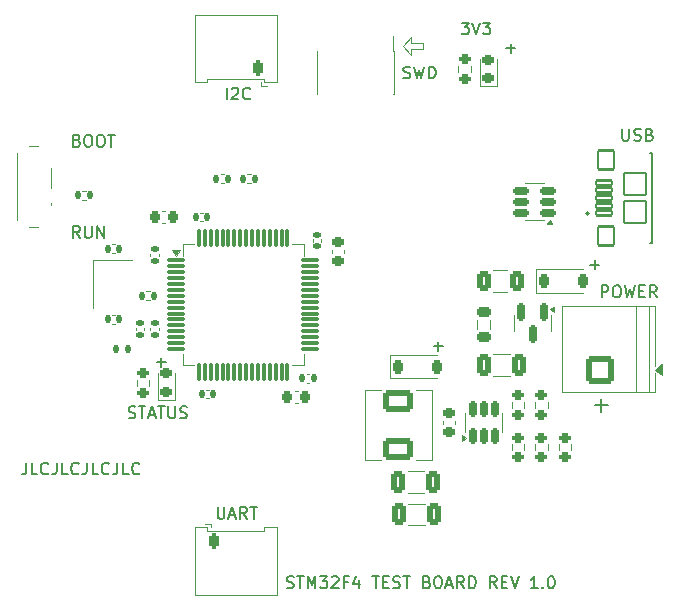
<source format=gto>
%TF.GenerationSoftware,KiCad,Pcbnew,9.0.1*%
%TF.CreationDate,2025-04-24T11:34:14-03:00*%
%TF.ProjectId,STM32_USB_Buck_Converter,53544d33-325f-4555-9342-5f4275636b5f,rev?*%
%TF.SameCoordinates,Original*%
%TF.FileFunction,Legend,Top*%
%TF.FilePolarity,Positive*%
%FSLAX46Y46*%
G04 Gerber Fmt 4.6, Leading zero omitted, Abs format (unit mm)*
G04 Created by KiCad (PCBNEW 9.0.1) date 2025-04-24 11:34:14*
%MOMM*%
%LPD*%
G01*
G04 APERTURE LIST*
G04 Aperture macros list*
%AMRoundRect*
0 Rectangle with rounded corners*
0 $1 Rounding radius*
0 $2 $3 $4 $5 $6 $7 $8 $9 X,Y pos of 4 corners*
0 Add a 4 corners polygon primitive as box body*
4,1,4,$2,$3,$4,$5,$6,$7,$8,$9,$2,$3,0*
0 Add four circle primitives for the rounded corners*
1,1,$1+$1,$2,$3*
1,1,$1+$1,$4,$5*
1,1,$1+$1,$6,$7*
1,1,$1+$1,$8,$9*
0 Add four rect primitives between the rounded corners*
20,1,$1+$1,$2,$3,$4,$5,0*
20,1,$1+$1,$4,$5,$6,$7,0*
20,1,$1+$1,$6,$7,$8,$9,0*
20,1,$1+$1,$8,$9,$2,$3,0*%
G04 Aperture macros list end*
%ADD10C,0.160000*%
%ADD11C,0.100000*%
%ADD12C,0.120000*%
%ADD13C,0.127000*%
%ADD14C,0.200000*%
%ADD15RoundRect,0.200000X0.275000X-0.200000X0.275000X0.200000X-0.275000X0.200000X-0.275000X-0.200000X0*%
%ADD16RoundRect,0.218750X0.256250X-0.218750X0.256250X0.218750X-0.256250X0.218750X-0.256250X-0.218750X0*%
%ADD17R,0.740000X2.400000*%
%ADD18R,1.500000X0.700000*%
%ADD19R,0.800000X1.000000*%
%ADD20C,0.900000*%
%ADD21RoundRect,0.140000X-0.140000X-0.170000X0.140000X-0.170000X0.140000X0.170000X-0.140000X0.170000X0*%
%ADD22RoundRect,0.102000X0.675000X-0.200000X0.675000X0.200000X-0.675000X0.200000X-0.675000X-0.200000X0*%
%ADD23O,2.004000X1.104000*%
%ADD24RoundRect,0.102000X0.700000X-0.800000X0.700000X0.800000X-0.700000X0.800000X-0.700000X-0.800000X0*%
%ADD25RoundRect,0.102000X0.950000X-0.950000X0.950000X0.950000X-0.950000X0.950000X-0.950000X-0.950000X0*%
%ADD26RoundRect,0.250000X-0.325000X-0.650000X0.325000X-0.650000X0.325000X0.650000X-0.325000X0.650000X0*%
%ADD27RoundRect,0.225000X0.250000X-0.225000X0.250000X0.225000X-0.250000X0.225000X-0.250000X-0.225000X0*%
%ADD28RoundRect,0.200000X-0.200000X-0.450000X0.200000X-0.450000X0.200000X0.450000X-0.200000X0.450000X0*%
%ADD29O,0.800000X1.300000*%
%ADD30C,8.600000*%
%ADD31RoundRect,0.250001X0.949999X-0.949999X0.949999X0.949999X-0.949999X0.949999X-0.949999X-0.949999X0*%
%ADD32C,2.400000*%
%ADD33RoundRect,0.250000X-1.000000X0.700000X-1.000000X-0.700000X1.000000X-0.700000X1.000000X0.700000X0*%
%ADD34RoundRect,0.150000X0.512500X0.150000X-0.512500X0.150000X-0.512500X-0.150000X0.512500X-0.150000X0*%
%ADD35RoundRect,0.135000X0.135000X0.185000X-0.135000X0.185000X-0.135000X-0.185000X0.135000X-0.185000X0*%
%ADD36RoundRect,0.200000X-0.275000X0.200000X-0.275000X-0.200000X0.275000X-0.200000X0.275000X0.200000X0*%
%ADD37RoundRect,0.140000X0.170000X-0.140000X0.170000X0.140000X-0.170000X0.140000X-0.170000X-0.140000X0*%
%ADD38RoundRect,0.150000X-0.150000X0.587500X-0.150000X-0.587500X0.150000X-0.587500X0.150000X0.587500X0*%
%ADD39RoundRect,0.218750X-0.381250X0.218750X-0.381250X-0.218750X0.381250X-0.218750X0.381250X0.218750X0*%
%ADD40RoundRect,0.140000X0.140000X0.170000X-0.140000X0.170000X-0.140000X-0.170000X0.140000X-0.170000X0*%
%ADD41RoundRect,0.225000X-0.225000X-0.375000X0.225000X-0.375000X0.225000X0.375000X-0.225000X0.375000X0*%
%ADD42RoundRect,0.225000X-0.225000X-0.250000X0.225000X-0.250000X0.225000X0.250000X-0.225000X0.250000X0*%
%ADD43RoundRect,0.147500X-0.147500X-0.172500X0.147500X-0.172500X0.147500X0.172500X-0.147500X0.172500X0*%
%ADD44RoundRect,0.135000X-0.135000X-0.185000X0.135000X-0.185000X0.135000X0.185000X-0.135000X0.185000X0*%
%ADD45R,1.200000X1.400000*%
%ADD46RoundRect,0.250000X0.375000X0.625000X-0.375000X0.625000X-0.375000X-0.625000X0.375000X-0.625000X0*%
%ADD47RoundRect,0.150000X0.150000X-0.512500X0.150000X0.512500X-0.150000X0.512500X-0.150000X-0.512500X0*%
%ADD48RoundRect,0.200000X0.200000X0.450000X-0.200000X0.450000X-0.200000X-0.450000X0.200000X-0.450000X0*%
%ADD49RoundRect,0.225000X0.225000X0.250000X-0.225000X0.250000X-0.225000X-0.250000X0.225000X-0.250000X0*%
%ADD50RoundRect,0.075000X-0.075000X-0.700000X0.075000X-0.700000X0.075000X0.700000X-0.075000X0.700000X0*%
%ADD51RoundRect,0.075000X-0.700000X-0.075000X0.700000X-0.075000X0.700000X0.075000X-0.700000X0.075000X0*%
G04 APERTURE END LIST*
D10*
X106879072Y-109869299D02*
X106879072Y-110583584D01*
X106879072Y-110583584D02*
X106831453Y-110726441D01*
X106831453Y-110726441D02*
X106736215Y-110821680D01*
X106736215Y-110821680D02*
X106593358Y-110869299D01*
X106593358Y-110869299D02*
X106498120Y-110869299D01*
X107831453Y-110869299D02*
X107355263Y-110869299D01*
X107355263Y-110869299D02*
X107355263Y-109869299D01*
X108736215Y-110774060D02*
X108688596Y-110821680D01*
X108688596Y-110821680D02*
X108545739Y-110869299D01*
X108545739Y-110869299D02*
X108450501Y-110869299D01*
X108450501Y-110869299D02*
X108307644Y-110821680D01*
X108307644Y-110821680D02*
X108212406Y-110726441D01*
X108212406Y-110726441D02*
X108164787Y-110631203D01*
X108164787Y-110631203D02*
X108117168Y-110440727D01*
X108117168Y-110440727D02*
X108117168Y-110297870D01*
X108117168Y-110297870D02*
X108164787Y-110107394D01*
X108164787Y-110107394D02*
X108212406Y-110012156D01*
X108212406Y-110012156D02*
X108307644Y-109916918D01*
X108307644Y-109916918D02*
X108450501Y-109869299D01*
X108450501Y-109869299D02*
X108545739Y-109869299D01*
X108545739Y-109869299D02*
X108688596Y-109916918D01*
X108688596Y-109916918D02*
X108736215Y-109964537D01*
X109450501Y-109869299D02*
X109450501Y-110583584D01*
X109450501Y-110583584D02*
X109402882Y-110726441D01*
X109402882Y-110726441D02*
X109307644Y-110821680D01*
X109307644Y-110821680D02*
X109164787Y-110869299D01*
X109164787Y-110869299D02*
X109069549Y-110869299D01*
X110402882Y-110869299D02*
X109926692Y-110869299D01*
X109926692Y-110869299D02*
X109926692Y-109869299D01*
X111307644Y-110774060D02*
X111260025Y-110821680D01*
X111260025Y-110821680D02*
X111117168Y-110869299D01*
X111117168Y-110869299D02*
X111021930Y-110869299D01*
X111021930Y-110869299D02*
X110879073Y-110821680D01*
X110879073Y-110821680D02*
X110783835Y-110726441D01*
X110783835Y-110726441D02*
X110736216Y-110631203D01*
X110736216Y-110631203D02*
X110688597Y-110440727D01*
X110688597Y-110440727D02*
X110688597Y-110297870D01*
X110688597Y-110297870D02*
X110736216Y-110107394D01*
X110736216Y-110107394D02*
X110783835Y-110012156D01*
X110783835Y-110012156D02*
X110879073Y-109916918D01*
X110879073Y-109916918D02*
X111021930Y-109869299D01*
X111021930Y-109869299D02*
X111117168Y-109869299D01*
X111117168Y-109869299D02*
X111260025Y-109916918D01*
X111260025Y-109916918D02*
X111307644Y-109964537D01*
X112021930Y-109869299D02*
X112021930Y-110583584D01*
X112021930Y-110583584D02*
X111974311Y-110726441D01*
X111974311Y-110726441D02*
X111879073Y-110821680D01*
X111879073Y-110821680D02*
X111736216Y-110869299D01*
X111736216Y-110869299D02*
X111640978Y-110869299D01*
X112974311Y-110869299D02*
X112498121Y-110869299D01*
X112498121Y-110869299D02*
X112498121Y-109869299D01*
X113879073Y-110774060D02*
X113831454Y-110821680D01*
X113831454Y-110821680D02*
X113688597Y-110869299D01*
X113688597Y-110869299D02*
X113593359Y-110869299D01*
X113593359Y-110869299D02*
X113450502Y-110821680D01*
X113450502Y-110821680D02*
X113355264Y-110726441D01*
X113355264Y-110726441D02*
X113307645Y-110631203D01*
X113307645Y-110631203D02*
X113260026Y-110440727D01*
X113260026Y-110440727D02*
X113260026Y-110297870D01*
X113260026Y-110297870D02*
X113307645Y-110107394D01*
X113307645Y-110107394D02*
X113355264Y-110012156D01*
X113355264Y-110012156D02*
X113450502Y-109916918D01*
X113450502Y-109916918D02*
X113593359Y-109869299D01*
X113593359Y-109869299D02*
X113688597Y-109869299D01*
X113688597Y-109869299D02*
X113831454Y-109916918D01*
X113831454Y-109916918D02*
X113879073Y-109964537D01*
X114593359Y-109869299D02*
X114593359Y-110583584D01*
X114593359Y-110583584D02*
X114545740Y-110726441D01*
X114545740Y-110726441D02*
X114450502Y-110821680D01*
X114450502Y-110821680D02*
X114307645Y-110869299D01*
X114307645Y-110869299D02*
X114212407Y-110869299D01*
X115545740Y-110869299D02*
X115069550Y-110869299D01*
X115069550Y-110869299D02*
X115069550Y-109869299D01*
X116450502Y-110774060D02*
X116402883Y-110821680D01*
X116402883Y-110821680D02*
X116260026Y-110869299D01*
X116260026Y-110869299D02*
X116164788Y-110869299D01*
X116164788Y-110869299D02*
X116021931Y-110821680D01*
X116021931Y-110821680D02*
X115926693Y-110726441D01*
X115926693Y-110726441D02*
X115879074Y-110631203D01*
X115879074Y-110631203D02*
X115831455Y-110440727D01*
X115831455Y-110440727D02*
X115831455Y-110297870D01*
X115831455Y-110297870D02*
X115879074Y-110107394D01*
X115879074Y-110107394D02*
X115926693Y-110012156D01*
X115926693Y-110012156D02*
X116021931Y-109916918D01*
X116021931Y-109916918D02*
X116164788Y-109869299D01*
X116164788Y-109869299D02*
X116260026Y-109869299D01*
X116260026Y-109869299D02*
X116402883Y-109916918D01*
X116402883Y-109916918D02*
X116450502Y-109964537D01*
X143748120Y-72619299D02*
X144367167Y-72619299D01*
X144367167Y-72619299D02*
X144033834Y-73000251D01*
X144033834Y-73000251D02*
X144176691Y-73000251D01*
X144176691Y-73000251D02*
X144271929Y-73047870D01*
X144271929Y-73047870D02*
X144319548Y-73095489D01*
X144319548Y-73095489D02*
X144367167Y-73190727D01*
X144367167Y-73190727D02*
X144367167Y-73428822D01*
X144367167Y-73428822D02*
X144319548Y-73524060D01*
X144319548Y-73524060D02*
X144271929Y-73571680D01*
X144271929Y-73571680D02*
X144176691Y-73619299D01*
X144176691Y-73619299D02*
X143890977Y-73619299D01*
X143890977Y-73619299D02*
X143795739Y-73571680D01*
X143795739Y-73571680D02*
X143748120Y-73524060D01*
X144652882Y-72619299D02*
X144986215Y-73619299D01*
X144986215Y-73619299D02*
X145319548Y-72619299D01*
X145557644Y-72619299D02*
X146176691Y-72619299D01*
X146176691Y-72619299D02*
X145843358Y-73000251D01*
X145843358Y-73000251D02*
X145986215Y-73000251D01*
X145986215Y-73000251D02*
X146081453Y-73047870D01*
X146081453Y-73047870D02*
X146129072Y-73095489D01*
X146129072Y-73095489D02*
X146176691Y-73190727D01*
X146176691Y-73190727D02*
X146176691Y-73428822D01*
X146176691Y-73428822D02*
X146129072Y-73524060D01*
X146129072Y-73524060D02*
X146081453Y-73571680D01*
X146081453Y-73571680D02*
X145986215Y-73619299D01*
X145986215Y-73619299D02*
X145700501Y-73619299D01*
X145700501Y-73619299D02*
X145605263Y-73571680D01*
X145605263Y-73571680D02*
X145557644Y-73524060D01*
X128941666Y-120446680D02*
X129084523Y-120494299D01*
X129084523Y-120494299D02*
X129322618Y-120494299D01*
X129322618Y-120494299D02*
X129417856Y-120446680D01*
X129417856Y-120446680D02*
X129465475Y-120399060D01*
X129465475Y-120399060D02*
X129513094Y-120303822D01*
X129513094Y-120303822D02*
X129513094Y-120208584D01*
X129513094Y-120208584D02*
X129465475Y-120113346D01*
X129465475Y-120113346D02*
X129417856Y-120065727D01*
X129417856Y-120065727D02*
X129322618Y-120018108D01*
X129322618Y-120018108D02*
X129132142Y-119970489D01*
X129132142Y-119970489D02*
X129036904Y-119922870D01*
X129036904Y-119922870D02*
X128989285Y-119875251D01*
X128989285Y-119875251D02*
X128941666Y-119780013D01*
X128941666Y-119780013D02*
X128941666Y-119684775D01*
X128941666Y-119684775D02*
X128989285Y-119589537D01*
X128989285Y-119589537D02*
X129036904Y-119541918D01*
X129036904Y-119541918D02*
X129132142Y-119494299D01*
X129132142Y-119494299D02*
X129370237Y-119494299D01*
X129370237Y-119494299D02*
X129513094Y-119541918D01*
X129798809Y-119494299D02*
X130370237Y-119494299D01*
X130084523Y-120494299D02*
X130084523Y-119494299D01*
X130703571Y-120494299D02*
X130703571Y-119494299D01*
X130703571Y-119494299D02*
X131036904Y-120208584D01*
X131036904Y-120208584D02*
X131370237Y-119494299D01*
X131370237Y-119494299D02*
X131370237Y-120494299D01*
X131751190Y-119494299D02*
X132370237Y-119494299D01*
X132370237Y-119494299D02*
X132036904Y-119875251D01*
X132036904Y-119875251D02*
X132179761Y-119875251D01*
X132179761Y-119875251D02*
X132274999Y-119922870D01*
X132274999Y-119922870D02*
X132322618Y-119970489D01*
X132322618Y-119970489D02*
X132370237Y-120065727D01*
X132370237Y-120065727D02*
X132370237Y-120303822D01*
X132370237Y-120303822D02*
X132322618Y-120399060D01*
X132322618Y-120399060D02*
X132274999Y-120446680D01*
X132274999Y-120446680D02*
X132179761Y-120494299D01*
X132179761Y-120494299D02*
X131894047Y-120494299D01*
X131894047Y-120494299D02*
X131798809Y-120446680D01*
X131798809Y-120446680D02*
X131751190Y-120399060D01*
X132751190Y-119589537D02*
X132798809Y-119541918D01*
X132798809Y-119541918D02*
X132894047Y-119494299D01*
X132894047Y-119494299D02*
X133132142Y-119494299D01*
X133132142Y-119494299D02*
X133227380Y-119541918D01*
X133227380Y-119541918D02*
X133274999Y-119589537D01*
X133274999Y-119589537D02*
X133322618Y-119684775D01*
X133322618Y-119684775D02*
X133322618Y-119780013D01*
X133322618Y-119780013D02*
X133274999Y-119922870D01*
X133274999Y-119922870D02*
X132703571Y-120494299D01*
X132703571Y-120494299D02*
X133322618Y-120494299D01*
X134084523Y-119970489D02*
X133751190Y-119970489D01*
X133751190Y-120494299D02*
X133751190Y-119494299D01*
X133751190Y-119494299D02*
X134227380Y-119494299D01*
X135036904Y-119827632D02*
X135036904Y-120494299D01*
X134798809Y-119446680D02*
X134560714Y-120160965D01*
X134560714Y-120160965D02*
X135179761Y-120160965D01*
X136179762Y-119494299D02*
X136751190Y-119494299D01*
X136465476Y-120494299D02*
X136465476Y-119494299D01*
X137084524Y-119970489D02*
X137417857Y-119970489D01*
X137560714Y-120494299D02*
X137084524Y-120494299D01*
X137084524Y-120494299D02*
X137084524Y-119494299D01*
X137084524Y-119494299D02*
X137560714Y-119494299D01*
X137941667Y-120446680D02*
X138084524Y-120494299D01*
X138084524Y-120494299D02*
X138322619Y-120494299D01*
X138322619Y-120494299D02*
X138417857Y-120446680D01*
X138417857Y-120446680D02*
X138465476Y-120399060D01*
X138465476Y-120399060D02*
X138513095Y-120303822D01*
X138513095Y-120303822D02*
X138513095Y-120208584D01*
X138513095Y-120208584D02*
X138465476Y-120113346D01*
X138465476Y-120113346D02*
X138417857Y-120065727D01*
X138417857Y-120065727D02*
X138322619Y-120018108D01*
X138322619Y-120018108D02*
X138132143Y-119970489D01*
X138132143Y-119970489D02*
X138036905Y-119922870D01*
X138036905Y-119922870D02*
X137989286Y-119875251D01*
X137989286Y-119875251D02*
X137941667Y-119780013D01*
X137941667Y-119780013D02*
X137941667Y-119684775D01*
X137941667Y-119684775D02*
X137989286Y-119589537D01*
X137989286Y-119589537D02*
X138036905Y-119541918D01*
X138036905Y-119541918D02*
X138132143Y-119494299D01*
X138132143Y-119494299D02*
X138370238Y-119494299D01*
X138370238Y-119494299D02*
X138513095Y-119541918D01*
X138798810Y-119494299D02*
X139370238Y-119494299D01*
X139084524Y-120494299D02*
X139084524Y-119494299D01*
X140798810Y-119970489D02*
X140941667Y-120018108D01*
X140941667Y-120018108D02*
X140989286Y-120065727D01*
X140989286Y-120065727D02*
X141036905Y-120160965D01*
X141036905Y-120160965D02*
X141036905Y-120303822D01*
X141036905Y-120303822D02*
X140989286Y-120399060D01*
X140989286Y-120399060D02*
X140941667Y-120446680D01*
X140941667Y-120446680D02*
X140846429Y-120494299D01*
X140846429Y-120494299D02*
X140465477Y-120494299D01*
X140465477Y-120494299D02*
X140465477Y-119494299D01*
X140465477Y-119494299D02*
X140798810Y-119494299D01*
X140798810Y-119494299D02*
X140894048Y-119541918D01*
X140894048Y-119541918D02*
X140941667Y-119589537D01*
X140941667Y-119589537D02*
X140989286Y-119684775D01*
X140989286Y-119684775D02*
X140989286Y-119780013D01*
X140989286Y-119780013D02*
X140941667Y-119875251D01*
X140941667Y-119875251D02*
X140894048Y-119922870D01*
X140894048Y-119922870D02*
X140798810Y-119970489D01*
X140798810Y-119970489D02*
X140465477Y-119970489D01*
X141655953Y-119494299D02*
X141846429Y-119494299D01*
X141846429Y-119494299D02*
X141941667Y-119541918D01*
X141941667Y-119541918D02*
X142036905Y-119637156D01*
X142036905Y-119637156D02*
X142084524Y-119827632D01*
X142084524Y-119827632D02*
X142084524Y-120160965D01*
X142084524Y-120160965D02*
X142036905Y-120351441D01*
X142036905Y-120351441D02*
X141941667Y-120446680D01*
X141941667Y-120446680D02*
X141846429Y-120494299D01*
X141846429Y-120494299D02*
X141655953Y-120494299D01*
X141655953Y-120494299D02*
X141560715Y-120446680D01*
X141560715Y-120446680D02*
X141465477Y-120351441D01*
X141465477Y-120351441D02*
X141417858Y-120160965D01*
X141417858Y-120160965D02*
X141417858Y-119827632D01*
X141417858Y-119827632D02*
X141465477Y-119637156D01*
X141465477Y-119637156D02*
X141560715Y-119541918D01*
X141560715Y-119541918D02*
X141655953Y-119494299D01*
X142465477Y-120208584D02*
X142941667Y-120208584D01*
X142370239Y-120494299D02*
X142703572Y-119494299D01*
X142703572Y-119494299D02*
X143036905Y-120494299D01*
X143941667Y-120494299D02*
X143608334Y-120018108D01*
X143370239Y-120494299D02*
X143370239Y-119494299D01*
X143370239Y-119494299D02*
X143751191Y-119494299D01*
X143751191Y-119494299D02*
X143846429Y-119541918D01*
X143846429Y-119541918D02*
X143894048Y-119589537D01*
X143894048Y-119589537D02*
X143941667Y-119684775D01*
X143941667Y-119684775D02*
X143941667Y-119827632D01*
X143941667Y-119827632D02*
X143894048Y-119922870D01*
X143894048Y-119922870D02*
X143846429Y-119970489D01*
X143846429Y-119970489D02*
X143751191Y-120018108D01*
X143751191Y-120018108D02*
X143370239Y-120018108D01*
X144370239Y-120494299D02*
X144370239Y-119494299D01*
X144370239Y-119494299D02*
X144608334Y-119494299D01*
X144608334Y-119494299D02*
X144751191Y-119541918D01*
X144751191Y-119541918D02*
X144846429Y-119637156D01*
X144846429Y-119637156D02*
X144894048Y-119732394D01*
X144894048Y-119732394D02*
X144941667Y-119922870D01*
X144941667Y-119922870D02*
X144941667Y-120065727D01*
X144941667Y-120065727D02*
X144894048Y-120256203D01*
X144894048Y-120256203D02*
X144846429Y-120351441D01*
X144846429Y-120351441D02*
X144751191Y-120446680D01*
X144751191Y-120446680D02*
X144608334Y-120494299D01*
X144608334Y-120494299D02*
X144370239Y-120494299D01*
X146703572Y-120494299D02*
X146370239Y-120018108D01*
X146132144Y-120494299D02*
X146132144Y-119494299D01*
X146132144Y-119494299D02*
X146513096Y-119494299D01*
X146513096Y-119494299D02*
X146608334Y-119541918D01*
X146608334Y-119541918D02*
X146655953Y-119589537D01*
X146655953Y-119589537D02*
X146703572Y-119684775D01*
X146703572Y-119684775D02*
X146703572Y-119827632D01*
X146703572Y-119827632D02*
X146655953Y-119922870D01*
X146655953Y-119922870D02*
X146608334Y-119970489D01*
X146608334Y-119970489D02*
X146513096Y-120018108D01*
X146513096Y-120018108D02*
X146132144Y-120018108D01*
X147132144Y-119970489D02*
X147465477Y-119970489D01*
X147608334Y-120494299D02*
X147132144Y-120494299D01*
X147132144Y-120494299D02*
X147132144Y-119494299D01*
X147132144Y-119494299D02*
X147608334Y-119494299D01*
X147894049Y-119494299D02*
X148227382Y-120494299D01*
X148227382Y-120494299D02*
X148560715Y-119494299D01*
X150179763Y-120494299D02*
X149608335Y-120494299D01*
X149894049Y-120494299D02*
X149894049Y-119494299D01*
X149894049Y-119494299D02*
X149798811Y-119637156D01*
X149798811Y-119637156D02*
X149703573Y-119732394D01*
X149703573Y-119732394D02*
X149608335Y-119780013D01*
X150608335Y-120399060D02*
X150655954Y-120446680D01*
X150655954Y-120446680D02*
X150608335Y-120494299D01*
X150608335Y-120494299D02*
X150560716Y-120446680D01*
X150560716Y-120446680D02*
X150608335Y-120399060D01*
X150608335Y-120399060D02*
X150608335Y-120494299D01*
X151275001Y-119494299D02*
X151370239Y-119494299D01*
X151370239Y-119494299D02*
X151465477Y-119541918D01*
X151465477Y-119541918D02*
X151513096Y-119589537D01*
X151513096Y-119589537D02*
X151560715Y-119684775D01*
X151560715Y-119684775D02*
X151608334Y-119875251D01*
X151608334Y-119875251D02*
X151608334Y-120113346D01*
X151608334Y-120113346D02*
X151560715Y-120303822D01*
X151560715Y-120303822D02*
X151513096Y-120399060D01*
X151513096Y-120399060D02*
X151465477Y-120446680D01*
X151465477Y-120446680D02*
X151370239Y-120494299D01*
X151370239Y-120494299D02*
X151275001Y-120494299D01*
X151275001Y-120494299D02*
X151179763Y-120446680D01*
X151179763Y-120446680D02*
X151132144Y-120399060D01*
X151132144Y-120399060D02*
X151084525Y-120303822D01*
X151084525Y-120303822D02*
X151036906Y-120113346D01*
X151036906Y-120113346D02*
X151036906Y-119875251D01*
X151036906Y-119875251D02*
X151084525Y-119684775D01*
X151084525Y-119684775D02*
X151132144Y-119589537D01*
X151132144Y-119589537D02*
X151179763Y-119541918D01*
X151179763Y-119541918D02*
X151275001Y-119494299D01*
X111414786Y-90844299D02*
X111081453Y-90368108D01*
X110843358Y-90844299D02*
X110843358Y-89844299D01*
X110843358Y-89844299D02*
X111224310Y-89844299D01*
X111224310Y-89844299D02*
X111319548Y-89891918D01*
X111319548Y-89891918D02*
X111367167Y-89939537D01*
X111367167Y-89939537D02*
X111414786Y-90034775D01*
X111414786Y-90034775D02*
X111414786Y-90177632D01*
X111414786Y-90177632D02*
X111367167Y-90272870D01*
X111367167Y-90272870D02*
X111319548Y-90320489D01*
X111319548Y-90320489D02*
X111224310Y-90368108D01*
X111224310Y-90368108D02*
X110843358Y-90368108D01*
X111843358Y-89844299D02*
X111843358Y-90653822D01*
X111843358Y-90653822D02*
X111890977Y-90749060D01*
X111890977Y-90749060D02*
X111938596Y-90796680D01*
X111938596Y-90796680D02*
X112033834Y-90844299D01*
X112033834Y-90844299D02*
X112224310Y-90844299D01*
X112224310Y-90844299D02*
X112319548Y-90796680D01*
X112319548Y-90796680D02*
X112367167Y-90749060D01*
X112367167Y-90749060D02*
X112414786Y-90653822D01*
X112414786Y-90653822D02*
X112414786Y-89844299D01*
X112890977Y-90844299D02*
X112890977Y-89844299D01*
X112890977Y-89844299D02*
X113462405Y-90844299D01*
X113462405Y-90844299D02*
X113462405Y-89844299D01*
X117918358Y-101363346D02*
X118680263Y-101363346D01*
X118299310Y-101744299D02*
X118299310Y-100982394D01*
X147518358Y-74788346D02*
X148280263Y-74788346D01*
X147899310Y-75169299D02*
X147899310Y-74407394D01*
X155012405Y-105036680D02*
X156155263Y-105036680D01*
X155583834Y-105608108D02*
X155583834Y-104465251D01*
X141368358Y-100038346D02*
X142130263Y-100038346D01*
X141749310Y-100419299D02*
X141749310Y-99657394D01*
X154618358Y-93113346D02*
X155380263Y-93113346D01*
X154999310Y-93494299D02*
X154999310Y-92732394D01*
D11*
X140500000Y-74382500D02*
X140500000Y-74825000D01*
X139500000Y-74825000D02*
X140500000Y-74825000D01*
X139500000Y-75375000D02*
X139500000Y-74825000D01*
X138750000Y-74625000D02*
X139500000Y-75375000D01*
X139500000Y-73875000D02*
X138750000Y-74625000D01*
X139500000Y-74382500D02*
X139500000Y-73875000D01*
X140500000Y-74382500D02*
X139500000Y-74382500D01*
D10*
X138820739Y-77296680D02*
X138963596Y-77344299D01*
X138963596Y-77344299D02*
X139201691Y-77344299D01*
X139201691Y-77344299D02*
X139296929Y-77296680D01*
X139296929Y-77296680D02*
X139344548Y-77249060D01*
X139344548Y-77249060D02*
X139392167Y-77153822D01*
X139392167Y-77153822D02*
X139392167Y-77058584D01*
X139392167Y-77058584D02*
X139344548Y-76963346D01*
X139344548Y-76963346D02*
X139296929Y-76915727D01*
X139296929Y-76915727D02*
X139201691Y-76868108D01*
X139201691Y-76868108D02*
X139011215Y-76820489D01*
X139011215Y-76820489D02*
X138915977Y-76772870D01*
X138915977Y-76772870D02*
X138868358Y-76725251D01*
X138868358Y-76725251D02*
X138820739Y-76630013D01*
X138820739Y-76630013D02*
X138820739Y-76534775D01*
X138820739Y-76534775D02*
X138868358Y-76439537D01*
X138868358Y-76439537D02*
X138915977Y-76391918D01*
X138915977Y-76391918D02*
X139011215Y-76344299D01*
X139011215Y-76344299D02*
X139249310Y-76344299D01*
X139249310Y-76344299D02*
X139392167Y-76391918D01*
X139725501Y-76344299D02*
X139963596Y-77344299D01*
X139963596Y-77344299D02*
X140154072Y-76630013D01*
X140154072Y-76630013D02*
X140344548Y-77344299D01*
X140344548Y-77344299D02*
X140582644Y-76344299D01*
X140963596Y-77344299D02*
X140963596Y-76344299D01*
X140963596Y-76344299D02*
X141201691Y-76344299D01*
X141201691Y-76344299D02*
X141344548Y-76391918D01*
X141344548Y-76391918D02*
X141439786Y-76487156D01*
X141439786Y-76487156D02*
X141487405Y-76582394D01*
X141487405Y-76582394D02*
X141535024Y-76772870D01*
X141535024Y-76772870D02*
X141535024Y-76915727D01*
X141535024Y-76915727D02*
X141487405Y-77106203D01*
X141487405Y-77106203D02*
X141439786Y-77201441D01*
X141439786Y-77201441D02*
X141344548Y-77296680D01*
X141344548Y-77296680D02*
X141201691Y-77344299D01*
X141201691Y-77344299D02*
X140963596Y-77344299D01*
X115545739Y-106071680D02*
X115688596Y-106119299D01*
X115688596Y-106119299D02*
X115926691Y-106119299D01*
X115926691Y-106119299D02*
X116021929Y-106071680D01*
X116021929Y-106071680D02*
X116069548Y-106024060D01*
X116069548Y-106024060D02*
X116117167Y-105928822D01*
X116117167Y-105928822D02*
X116117167Y-105833584D01*
X116117167Y-105833584D02*
X116069548Y-105738346D01*
X116069548Y-105738346D02*
X116021929Y-105690727D01*
X116021929Y-105690727D02*
X115926691Y-105643108D01*
X115926691Y-105643108D02*
X115736215Y-105595489D01*
X115736215Y-105595489D02*
X115640977Y-105547870D01*
X115640977Y-105547870D02*
X115593358Y-105500251D01*
X115593358Y-105500251D02*
X115545739Y-105405013D01*
X115545739Y-105405013D02*
X115545739Y-105309775D01*
X115545739Y-105309775D02*
X115593358Y-105214537D01*
X115593358Y-105214537D02*
X115640977Y-105166918D01*
X115640977Y-105166918D02*
X115736215Y-105119299D01*
X115736215Y-105119299D02*
X115974310Y-105119299D01*
X115974310Y-105119299D02*
X116117167Y-105166918D01*
X116402882Y-105119299D02*
X116974310Y-105119299D01*
X116688596Y-106119299D02*
X116688596Y-105119299D01*
X117260025Y-105833584D02*
X117736215Y-105833584D01*
X117164787Y-106119299D02*
X117498120Y-105119299D01*
X117498120Y-105119299D02*
X117831453Y-106119299D01*
X118021930Y-105119299D02*
X118593358Y-105119299D01*
X118307644Y-106119299D02*
X118307644Y-105119299D01*
X118926692Y-105119299D02*
X118926692Y-105928822D01*
X118926692Y-105928822D02*
X118974311Y-106024060D01*
X118974311Y-106024060D02*
X119021930Y-106071680D01*
X119021930Y-106071680D02*
X119117168Y-106119299D01*
X119117168Y-106119299D02*
X119307644Y-106119299D01*
X119307644Y-106119299D02*
X119402882Y-106071680D01*
X119402882Y-106071680D02*
X119450501Y-106024060D01*
X119450501Y-106024060D02*
X119498120Y-105928822D01*
X119498120Y-105928822D02*
X119498120Y-105119299D01*
X119926692Y-106071680D02*
X120069549Y-106119299D01*
X120069549Y-106119299D02*
X120307644Y-106119299D01*
X120307644Y-106119299D02*
X120402882Y-106071680D01*
X120402882Y-106071680D02*
X120450501Y-106024060D01*
X120450501Y-106024060D02*
X120498120Y-105928822D01*
X120498120Y-105928822D02*
X120498120Y-105833584D01*
X120498120Y-105833584D02*
X120450501Y-105738346D01*
X120450501Y-105738346D02*
X120402882Y-105690727D01*
X120402882Y-105690727D02*
X120307644Y-105643108D01*
X120307644Y-105643108D02*
X120117168Y-105595489D01*
X120117168Y-105595489D02*
X120021930Y-105547870D01*
X120021930Y-105547870D02*
X119974311Y-105500251D01*
X119974311Y-105500251D02*
X119926692Y-105405013D01*
X119926692Y-105405013D02*
X119926692Y-105309775D01*
X119926692Y-105309775D02*
X119974311Y-105214537D01*
X119974311Y-105214537D02*
X120021930Y-105166918D01*
X120021930Y-105166918D02*
X120117168Y-105119299D01*
X120117168Y-105119299D02*
X120355263Y-105119299D01*
X120355263Y-105119299D02*
X120498120Y-105166918D01*
X111176691Y-82595489D02*
X111319548Y-82643108D01*
X111319548Y-82643108D02*
X111367167Y-82690727D01*
X111367167Y-82690727D02*
X111414786Y-82785965D01*
X111414786Y-82785965D02*
X111414786Y-82928822D01*
X111414786Y-82928822D02*
X111367167Y-83024060D01*
X111367167Y-83024060D02*
X111319548Y-83071680D01*
X111319548Y-83071680D02*
X111224310Y-83119299D01*
X111224310Y-83119299D02*
X110843358Y-83119299D01*
X110843358Y-83119299D02*
X110843358Y-82119299D01*
X110843358Y-82119299D02*
X111176691Y-82119299D01*
X111176691Y-82119299D02*
X111271929Y-82166918D01*
X111271929Y-82166918D02*
X111319548Y-82214537D01*
X111319548Y-82214537D02*
X111367167Y-82309775D01*
X111367167Y-82309775D02*
X111367167Y-82405013D01*
X111367167Y-82405013D02*
X111319548Y-82500251D01*
X111319548Y-82500251D02*
X111271929Y-82547870D01*
X111271929Y-82547870D02*
X111176691Y-82595489D01*
X111176691Y-82595489D02*
X110843358Y-82595489D01*
X112033834Y-82119299D02*
X112224310Y-82119299D01*
X112224310Y-82119299D02*
X112319548Y-82166918D01*
X112319548Y-82166918D02*
X112414786Y-82262156D01*
X112414786Y-82262156D02*
X112462405Y-82452632D01*
X112462405Y-82452632D02*
X112462405Y-82785965D01*
X112462405Y-82785965D02*
X112414786Y-82976441D01*
X112414786Y-82976441D02*
X112319548Y-83071680D01*
X112319548Y-83071680D02*
X112224310Y-83119299D01*
X112224310Y-83119299D02*
X112033834Y-83119299D01*
X112033834Y-83119299D02*
X111938596Y-83071680D01*
X111938596Y-83071680D02*
X111843358Y-82976441D01*
X111843358Y-82976441D02*
X111795739Y-82785965D01*
X111795739Y-82785965D02*
X111795739Y-82452632D01*
X111795739Y-82452632D02*
X111843358Y-82262156D01*
X111843358Y-82262156D02*
X111938596Y-82166918D01*
X111938596Y-82166918D02*
X112033834Y-82119299D01*
X113081453Y-82119299D02*
X113271929Y-82119299D01*
X113271929Y-82119299D02*
X113367167Y-82166918D01*
X113367167Y-82166918D02*
X113462405Y-82262156D01*
X113462405Y-82262156D02*
X113510024Y-82452632D01*
X113510024Y-82452632D02*
X113510024Y-82785965D01*
X113510024Y-82785965D02*
X113462405Y-82976441D01*
X113462405Y-82976441D02*
X113367167Y-83071680D01*
X113367167Y-83071680D02*
X113271929Y-83119299D01*
X113271929Y-83119299D02*
X113081453Y-83119299D01*
X113081453Y-83119299D02*
X112986215Y-83071680D01*
X112986215Y-83071680D02*
X112890977Y-82976441D01*
X112890977Y-82976441D02*
X112843358Y-82785965D01*
X112843358Y-82785965D02*
X112843358Y-82452632D01*
X112843358Y-82452632D02*
X112890977Y-82262156D01*
X112890977Y-82262156D02*
X112986215Y-82166918D01*
X112986215Y-82166918D02*
X113081453Y-82119299D01*
X113795739Y-82119299D02*
X114367167Y-82119299D01*
X114081453Y-83119299D02*
X114081453Y-82119299D01*
X155593358Y-95869299D02*
X155593358Y-94869299D01*
X155593358Y-94869299D02*
X155974310Y-94869299D01*
X155974310Y-94869299D02*
X156069548Y-94916918D01*
X156069548Y-94916918D02*
X156117167Y-94964537D01*
X156117167Y-94964537D02*
X156164786Y-95059775D01*
X156164786Y-95059775D02*
X156164786Y-95202632D01*
X156164786Y-95202632D02*
X156117167Y-95297870D01*
X156117167Y-95297870D02*
X156069548Y-95345489D01*
X156069548Y-95345489D02*
X155974310Y-95393108D01*
X155974310Y-95393108D02*
X155593358Y-95393108D01*
X156783834Y-94869299D02*
X156974310Y-94869299D01*
X156974310Y-94869299D02*
X157069548Y-94916918D01*
X157069548Y-94916918D02*
X157164786Y-95012156D01*
X157164786Y-95012156D02*
X157212405Y-95202632D01*
X157212405Y-95202632D02*
X157212405Y-95535965D01*
X157212405Y-95535965D02*
X157164786Y-95726441D01*
X157164786Y-95726441D02*
X157069548Y-95821680D01*
X157069548Y-95821680D02*
X156974310Y-95869299D01*
X156974310Y-95869299D02*
X156783834Y-95869299D01*
X156783834Y-95869299D02*
X156688596Y-95821680D01*
X156688596Y-95821680D02*
X156593358Y-95726441D01*
X156593358Y-95726441D02*
X156545739Y-95535965D01*
X156545739Y-95535965D02*
X156545739Y-95202632D01*
X156545739Y-95202632D02*
X156593358Y-95012156D01*
X156593358Y-95012156D02*
X156688596Y-94916918D01*
X156688596Y-94916918D02*
X156783834Y-94869299D01*
X157545739Y-94869299D02*
X157783834Y-95869299D01*
X157783834Y-95869299D02*
X157974310Y-95155013D01*
X157974310Y-95155013D02*
X158164786Y-95869299D01*
X158164786Y-95869299D02*
X158402882Y-94869299D01*
X158783834Y-95345489D02*
X159117167Y-95345489D01*
X159260024Y-95869299D02*
X158783834Y-95869299D01*
X158783834Y-95869299D02*
X158783834Y-94869299D01*
X158783834Y-94869299D02*
X159260024Y-94869299D01*
X160260024Y-95869299D02*
X159926691Y-95393108D01*
X159688596Y-95869299D02*
X159688596Y-94869299D01*
X159688596Y-94869299D02*
X160069548Y-94869299D01*
X160069548Y-94869299D02*
X160164786Y-94916918D01*
X160164786Y-94916918D02*
X160212405Y-94964537D01*
X160212405Y-94964537D02*
X160260024Y-95059775D01*
X160260024Y-95059775D02*
X160260024Y-95202632D01*
X160260024Y-95202632D02*
X160212405Y-95297870D01*
X160212405Y-95297870D02*
X160164786Y-95345489D01*
X160164786Y-95345489D02*
X160069548Y-95393108D01*
X160069548Y-95393108D02*
X159688596Y-95393108D01*
X157343358Y-81619299D02*
X157343358Y-82428822D01*
X157343358Y-82428822D02*
X157390977Y-82524060D01*
X157390977Y-82524060D02*
X157438596Y-82571680D01*
X157438596Y-82571680D02*
X157533834Y-82619299D01*
X157533834Y-82619299D02*
X157724310Y-82619299D01*
X157724310Y-82619299D02*
X157819548Y-82571680D01*
X157819548Y-82571680D02*
X157867167Y-82524060D01*
X157867167Y-82524060D02*
X157914786Y-82428822D01*
X157914786Y-82428822D02*
X157914786Y-81619299D01*
X158343358Y-82571680D02*
X158486215Y-82619299D01*
X158486215Y-82619299D02*
X158724310Y-82619299D01*
X158724310Y-82619299D02*
X158819548Y-82571680D01*
X158819548Y-82571680D02*
X158867167Y-82524060D01*
X158867167Y-82524060D02*
X158914786Y-82428822D01*
X158914786Y-82428822D02*
X158914786Y-82333584D01*
X158914786Y-82333584D02*
X158867167Y-82238346D01*
X158867167Y-82238346D02*
X158819548Y-82190727D01*
X158819548Y-82190727D02*
X158724310Y-82143108D01*
X158724310Y-82143108D02*
X158533834Y-82095489D01*
X158533834Y-82095489D02*
X158438596Y-82047870D01*
X158438596Y-82047870D02*
X158390977Y-82000251D01*
X158390977Y-82000251D02*
X158343358Y-81905013D01*
X158343358Y-81905013D02*
X158343358Y-81809775D01*
X158343358Y-81809775D02*
X158390977Y-81714537D01*
X158390977Y-81714537D02*
X158438596Y-81666918D01*
X158438596Y-81666918D02*
X158533834Y-81619299D01*
X158533834Y-81619299D02*
X158771929Y-81619299D01*
X158771929Y-81619299D02*
X158914786Y-81666918D01*
X159676691Y-82095489D02*
X159819548Y-82143108D01*
X159819548Y-82143108D02*
X159867167Y-82190727D01*
X159867167Y-82190727D02*
X159914786Y-82285965D01*
X159914786Y-82285965D02*
X159914786Y-82428822D01*
X159914786Y-82428822D02*
X159867167Y-82524060D01*
X159867167Y-82524060D02*
X159819548Y-82571680D01*
X159819548Y-82571680D02*
X159724310Y-82619299D01*
X159724310Y-82619299D02*
X159343358Y-82619299D01*
X159343358Y-82619299D02*
X159343358Y-81619299D01*
X159343358Y-81619299D02*
X159676691Y-81619299D01*
X159676691Y-81619299D02*
X159771929Y-81666918D01*
X159771929Y-81666918D02*
X159819548Y-81714537D01*
X159819548Y-81714537D02*
X159867167Y-81809775D01*
X159867167Y-81809775D02*
X159867167Y-81905013D01*
X159867167Y-81905013D02*
X159819548Y-82000251D01*
X159819548Y-82000251D02*
X159771929Y-82047870D01*
X159771929Y-82047870D02*
X159676691Y-82095489D01*
X159676691Y-82095489D02*
X159343358Y-82095489D01*
X123093358Y-113619299D02*
X123093358Y-114428822D01*
X123093358Y-114428822D02*
X123140977Y-114524060D01*
X123140977Y-114524060D02*
X123188596Y-114571680D01*
X123188596Y-114571680D02*
X123283834Y-114619299D01*
X123283834Y-114619299D02*
X123474310Y-114619299D01*
X123474310Y-114619299D02*
X123569548Y-114571680D01*
X123569548Y-114571680D02*
X123617167Y-114524060D01*
X123617167Y-114524060D02*
X123664786Y-114428822D01*
X123664786Y-114428822D02*
X123664786Y-113619299D01*
X124093358Y-114333584D02*
X124569548Y-114333584D01*
X123998120Y-114619299D02*
X124331453Y-113619299D01*
X124331453Y-113619299D02*
X124664786Y-114619299D01*
X125569548Y-114619299D02*
X125236215Y-114143108D01*
X124998120Y-114619299D02*
X124998120Y-113619299D01*
X124998120Y-113619299D02*
X125379072Y-113619299D01*
X125379072Y-113619299D02*
X125474310Y-113666918D01*
X125474310Y-113666918D02*
X125521929Y-113714537D01*
X125521929Y-113714537D02*
X125569548Y-113809775D01*
X125569548Y-113809775D02*
X125569548Y-113952632D01*
X125569548Y-113952632D02*
X125521929Y-114047870D01*
X125521929Y-114047870D02*
X125474310Y-114095489D01*
X125474310Y-114095489D02*
X125379072Y-114143108D01*
X125379072Y-114143108D02*
X124998120Y-114143108D01*
X125855263Y-113619299D02*
X126426691Y-113619299D01*
X126140977Y-114619299D02*
X126140977Y-113619299D01*
X123843358Y-79119299D02*
X123843358Y-78119299D01*
X124271929Y-78214537D02*
X124319548Y-78166918D01*
X124319548Y-78166918D02*
X124414786Y-78119299D01*
X124414786Y-78119299D02*
X124652881Y-78119299D01*
X124652881Y-78119299D02*
X124748119Y-78166918D01*
X124748119Y-78166918D02*
X124795738Y-78214537D01*
X124795738Y-78214537D02*
X124843357Y-78309775D01*
X124843357Y-78309775D02*
X124843357Y-78405013D01*
X124843357Y-78405013D02*
X124795738Y-78547870D01*
X124795738Y-78547870D02*
X124224310Y-79119299D01*
X124224310Y-79119299D02*
X124843357Y-79119299D01*
X125843357Y-79024060D02*
X125795738Y-79071680D01*
X125795738Y-79071680D02*
X125652881Y-79119299D01*
X125652881Y-79119299D02*
X125557643Y-79119299D01*
X125557643Y-79119299D02*
X125414786Y-79071680D01*
X125414786Y-79071680D02*
X125319548Y-78976441D01*
X125319548Y-78976441D02*
X125271929Y-78881203D01*
X125271929Y-78881203D02*
X125224310Y-78690727D01*
X125224310Y-78690727D02*
X125224310Y-78547870D01*
X125224310Y-78547870D02*
X125271929Y-78357394D01*
X125271929Y-78357394D02*
X125319548Y-78262156D01*
X125319548Y-78262156D02*
X125414786Y-78166918D01*
X125414786Y-78166918D02*
X125557643Y-78119299D01*
X125557643Y-78119299D02*
X125652881Y-78119299D01*
X125652881Y-78119299D02*
X125795738Y-78166918D01*
X125795738Y-78166918D02*
X125843357Y-78214537D01*
D12*
%TO.C,R6*%
X143477500Y-76774758D02*
X143477500Y-76300242D01*
X144522500Y-76774758D02*
X144522500Y-76300242D01*
%TO.C,D3*%
X146735000Y-78022500D02*
X146735000Y-75737500D01*
X145265000Y-78022500D02*
X146735000Y-78022500D01*
X145265000Y-75737500D02*
X145265000Y-78022500D01*
%TO.C,J2*%
X137970000Y-73735000D02*
X137970000Y-75010000D01*
X138035000Y-75010000D02*
X137970000Y-75010000D01*
X138035000Y-75010000D02*
X138035000Y-78640000D01*
X131530000Y-75010000D02*
X131465000Y-75010000D01*
X131465000Y-75010000D02*
X131465000Y-78640000D01*
X138035000Y-78640000D02*
X137970000Y-78640000D01*
X131530000Y-78640000D02*
X131465000Y-78640000D01*
%TO.C,SW1*%
X107890000Y-83050000D02*
X107100000Y-83050000D01*
X106090000Y-83650000D02*
X106090000Y-89350000D01*
X108940000Y-84900000D02*
X108940000Y-86600000D01*
X108940000Y-87900000D02*
X108940000Y-88100000D01*
X107100000Y-89950000D02*
X107890000Y-89950000D01*
%TO.C,C8*%
X130622164Y-102390000D02*
X130837836Y-102390000D01*
X130622164Y-103110000D02*
X130837836Y-103110000D01*
D13*
%TO.C,J5*%
X159900000Y-83670000D02*
X159670000Y-83670000D01*
X159900000Y-91270000D02*
X159670000Y-91270000D01*
X159900000Y-91270000D02*
X159900000Y-83670000D01*
D14*
X154500000Y-88770000D02*
G75*
G02*
X154300000Y-88770000I-100000J0D01*
G01*
X154300000Y-88770000D02*
G75*
G02*
X154500000Y-88770000I100000J0D01*
G01*
D12*
%TO.C,C1*%
X146388748Y-102510000D02*
X147811252Y-102510000D01*
X146388748Y-100690000D02*
X147811252Y-100690000D01*
%TO.C,C4*%
X142140000Y-106615580D02*
X142140000Y-106334420D01*
X143160000Y-106615580D02*
X143160000Y-106334420D01*
%TO.C,R2*%
X151022500Y-105237258D02*
X151022500Y-104762742D01*
X149977500Y-105237258D02*
X149977500Y-104762742D01*
%TO.C,J4*%
X121140000Y-115340000D02*
X121140000Y-121060000D01*
X121140000Y-121060000D02*
X124625000Y-121060000D01*
X122210000Y-115340000D02*
X121140000Y-115340000D01*
X122210000Y-115640000D02*
X122210000Y-115340000D01*
X122500000Y-115050000D02*
X122000000Y-115050000D01*
X122500000Y-115350000D02*
X122500000Y-115050000D01*
X124625000Y-115640000D02*
X122210000Y-115640000D01*
X124625000Y-115640000D02*
X127040000Y-115640000D01*
X127040000Y-115340000D02*
X128110000Y-115340000D01*
X127040000Y-115640000D02*
X127040000Y-115340000D01*
X128110000Y-115340000D02*
X128110000Y-121060000D01*
X128110000Y-121060000D02*
X124625000Y-121060000D01*
%TO.C,J1*%
X152280000Y-96630000D02*
X160120000Y-96630000D01*
X152280000Y-103870000D02*
X152280000Y-96630000D01*
X152280000Y-103870000D02*
X160120000Y-103870000D01*
X158500000Y-103870000D02*
X158500000Y-96630000D01*
X159600000Y-103870000D02*
X159600000Y-96630000D01*
X160120000Y-101700000D02*
X160120000Y-96630000D01*
X160120000Y-103870000D02*
X160120000Y-102300000D01*
X160730000Y-102440000D02*
X160120000Y-102000000D01*
X160730000Y-101560000D01*
X160730000Y-102440000D01*
G36*
X160730000Y-102440000D02*
G01*
X160120000Y-102000000D01*
X160730000Y-101560000D01*
X160730000Y-102440000D01*
G37*
%TO.C,C10*%
X121622164Y-89435000D02*
X121837836Y-89435000D01*
X121622164Y-88715000D02*
X121837836Y-88715000D01*
%TO.C,D4*%
X119485000Y-104597500D02*
X119485000Y-102312500D01*
X118015000Y-104597500D02*
X119485000Y-104597500D01*
X118015000Y-102312500D02*
X118015000Y-104597500D01*
%TO.C,L1*%
X141260000Y-103740000D02*
X139910000Y-103740000D01*
X141260000Y-103740000D02*
X141260000Y-109660000D01*
X135540000Y-103740000D02*
X136890000Y-103740000D01*
X135540000Y-103740000D02*
X135540000Y-109660000D01*
X141260000Y-109660000D02*
X139910000Y-109660000D01*
X135540000Y-109660000D02*
X136890000Y-109660000D01*
%TO.C,U3*%
X149887500Y-86240000D02*
X149087500Y-86240000D01*
X149887500Y-86240000D02*
X150687500Y-86240000D01*
X149887500Y-89360000D02*
X149087500Y-89360000D01*
X149887500Y-89360000D02*
X150687500Y-89360000D01*
X151427500Y-89640000D02*
X150947500Y-89640000D01*
X151187500Y-89310000D01*
X151427500Y-89640000D01*
G36*
X151427500Y-89640000D02*
G01*
X150947500Y-89640000D01*
X151187500Y-89310000D01*
X151427500Y-89640000D01*
G37*
%TO.C,R10*%
X125913641Y-86205000D02*
X125606359Y-86205000D01*
X125913641Y-85445000D02*
X125606359Y-85445000D01*
%TO.C,R4*%
X149977500Y-108337742D02*
X149977500Y-108812258D01*
X151022500Y-108337742D02*
X151022500Y-108812258D01*
%TO.C,C6*%
X118110000Y-92412836D02*
X118110000Y-92197164D01*
X117390000Y-92412836D02*
X117390000Y-92197164D01*
%TO.C,Q1*%
X151310000Y-98062500D02*
X151310000Y-98712500D01*
X151310000Y-98062500D02*
X151310000Y-97412500D01*
X148190000Y-98062500D02*
X148190000Y-98712500D01*
X148190000Y-98062500D02*
X148190000Y-97412500D01*
X151590000Y-97140000D02*
X151260000Y-96900000D01*
X151590000Y-96660000D01*
X151590000Y-97140000D01*
G36*
X151590000Y-97140000D02*
G01*
X151260000Y-96900000D01*
X151590000Y-96660000D01*
X151590000Y-97140000D01*
G37*
%TO.C,C11*%
X116860000Y-98662836D02*
X116860000Y-98447164D01*
X116140000Y-98662836D02*
X116140000Y-98447164D01*
%TO.C,C12*%
X118110000Y-98662836D02*
X118110000Y-98447164D01*
X117390000Y-98662836D02*
X117390000Y-98447164D01*
%TO.C,C2*%
X139163748Y-110590000D02*
X140586252Y-110590000D01*
X139163748Y-112410000D02*
X140586252Y-112410000D01*
%TO.C,C14*%
X133760000Y-92140580D02*
X133760000Y-91859420D01*
X132740000Y-92140580D02*
X132740000Y-91859420D01*
%TO.C,FB1*%
X146160000Y-97787878D02*
X146160000Y-98587122D01*
X145040000Y-97787878D02*
X145040000Y-98587122D01*
%TO.C,R8*%
X117353641Y-96130000D02*
X117046359Y-96130000D01*
X117353641Y-95370000D02*
X117046359Y-95370000D01*
%TO.C,R5*%
X153022500Y-108812258D02*
X153022500Y-108337742D01*
X151977500Y-108812258D02*
X151977500Y-108337742D01*
%TO.C,R7*%
X111903641Y-87630000D02*
X111596359Y-87630000D01*
X111903641Y-86870000D02*
X111596359Y-86870000D01*
%TO.C,C16*%
X114357836Y-98110000D02*
X114142164Y-98110000D01*
X114357836Y-97390000D02*
X114142164Y-97390000D01*
%TO.C,D2*%
X137690000Y-100750000D02*
X137690000Y-102750000D01*
X137690000Y-100750000D02*
X141700000Y-100750000D01*
X137690000Y-102750000D02*
X141700000Y-102750000D01*
%TO.C,C9*%
X131860000Y-91162836D02*
X131860000Y-90947164D01*
X131140000Y-91162836D02*
X131140000Y-90947164D01*
%TO.C,C13*%
X129609420Y-104835000D02*
X129890580Y-104835000D01*
X129609420Y-103815000D02*
X129890580Y-103815000D01*
%TO.C,R11*%
X123336359Y-86205000D02*
X123643641Y-86205000D01*
X123336359Y-85445000D02*
X123643641Y-85445000D01*
%TO.C,Y1*%
X115800000Y-92750000D02*
X112500000Y-92750000D01*
X112500000Y-92750000D02*
X112500000Y-96750000D01*
%TO.C,F1*%
X147602064Y-93590000D02*
X146397936Y-93590000D01*
X147602064Y-95410000D02*
X146397936Y-95410000D01*
%TO.C,C7*%
X122357836Y-104435000D02*
X122142164Y-104435000D01*
X122357836Y-103715000D02*
X122142164Y-103715000D01*
%TO.C,C15*%
X114142164Y-92110000D02*
X114357836Y-92110000D01*
X114142164Y-91390000D02*
X114357836Y-91390000D01*
%TO.C,U1*%
X147185000Y-106500000D02*
X147185000Y-105700000D01*
X147185000Y-106500000D02*
X147185000Y-107300000D01*
X144065000Y-106500000D02*
X144065000Y-105700000D01*
X144065000Y-106500000D02*
X144065000Y-107300000D01*
X144115000Y-107800000D02*
X143785000Y-108040000D01*
X143785000Y-107560000D01*
X144115000Y-107800000D01*
G36*
X144115000Y-107800000D02*
G01*
X143785000Y-108040000D01*
X143785000Y-107560000D01*
X144115000Y-107800000D01*
G37*
%TO.C,C3*%
X139188748Y-113340000D02*
X140611252Y-113340000D01*
X139188748Y-115160000D02*
X140611252Y-115160000D01*
%TO.C,R1*%
X149022500Y-104762742D02*
X149022500Y-105237258D01*
X147977500Y-104762742D02*
X147977500Y-105237258D01*
%TO.C,J3*%
X128110000Y-77660000D02*
X128110000Y-71940000D01*
X128110000Y-71940000D02*
X124625000Y-71940000D01*
X127040000Y-77660000D02*
X128110000Y-77660000D01*
X127040000Y-77360000D02*
X127040000Y-77660000D01*
X126750000Y-77950000D02*
X127250000Y-77950000D01*
X126750000Y-77650000D02*
X126750000Y-77950000D01*
X124625000Y-77360000D02*
X127040000Y-77360000D01*
X124625000Y-77360000D02*
X122210000Y-77360000D01*
X122210000Y-77660000D02*
X121140000Y-77660000D01*
X122210000Y-77360000D02*
X122210000Y-77660000D01*
X121140000Y-77660000D02*
X121140000Y-71940000D01*
X121140000Y-71940000D02*
X124625000Y-71940000D01*
%TO.C,C5*%
X118665580Y-89585000D02*
X118384420Y-89585000D01*
X118665580Y-88565000D02*
X118384420Y-88565000D01*
%TO.C,R9*%
X117272500Y-103387258D02*
X117272500Y-102912742D01*
X116227500Y-103387258D02*
X116227500Y-102912742D01*
%TO.C,D1*%
X150040000Y-95500000D02*
X154050000Y-95500000D01*
X150040000Y-93500000D02*
X154050000Y-93500000D01*
X150040000Y-93500000D02*
X150040000Y-95500000D01*
%TO.C,R3*%
X149022500Y-108812258D02*
X149022500Y-108337742D01*
X147977500Y-108812258D02*
X147977500Y-108337742D01*
%TO.C,U2*%
X119525000Y-92340000D02*
X119185000Y-91870000D01*
X119865000Y-91870000D01*
X119525000Y-92340000D01*
G36*
X119525000Y-92340000D02*
G01*
X119185000Y-91870000D01*
X119865000Y-91870000D01*
X119525000Y-92340000D01*
G37*
X130360000Y-101610000D02*
X130360000Y-100660000D01*
X130360000Y-91390000D02*
X130360000Y-92340000D01*
X129410000Y-101610000D02*
X130360000Y-101610000D01*
X129410000Y-91390000D02*
X130360000Y-91390000D01*
X121090000Y-101610000D02*
X120140000Y-101610000D01*
X121090000Y-91390000D02*
X120140000Y-91390000D01*
X120140000Y-101610000D02*
X120140000Y-100660000D01*
X120140000Y-91390000D02*
X120140000Y-92340000D01*
%TD*%
%LPC*%
D15*
%TO.C,R6*%
X144000000Y-75712500D03*
X144000000Y-77362500D03*
%TD*%
D16*
%TO.C,D3*%
X146000000Y-75750000D03*
X146000000Y-77325000D03*
%TD*%
D17*
%TO.C,J2*%
X137290000Y-74875000D03*
X137290000Y-78775000D03*
X136020000Y-74875000D03*
X136020000Y-78775000D03*
X134750000Y-74875000D03*
X134750000Y-78775000D03*
X133480000Y-74875000D03*
X133480000Y-78775000D03*
X132210000Y-74875000D03*
X132210000Y-78775000D03*
%TD*%
D18*
%TO.C,SW1*%
X109250000Y-88750000D03*
X109250000Y-87250000D03*
X109250000Y-84250000D03*
D19*
X106390000Y-90150000D03*
X108600000Y-90150000D03*
D20*
X107490000Y-88000000D03*
X107490000Y-85000000D03*
D19*
X106390000Y-82850000D03*
X108600000Y-82850000D03*
%TD*%
D21*
%TO.C,C8*%
X130250000Y-102750000D03*
X131210000Y-102750000D03*
%TD*%
D22*
%TO.C,J5*%
X155775000Y-88770000D03*
X155775000Y-88120000D03*
X155775000Y-87470000D03*
X155775000Y-86820000D03*
X155775000Y-86170000D03*
D23*
X158450000Y-90770000D03*
D24*
X156000000Y-90670000D03*
D25*
X158450000Y-88670000D03*
X158450000Y-86270000D03*
D24*
X156000000Y-84270000D03*
D23*
X158450000Y-84170000D03*
%TD*%
D26*
%TO.C,C1*%
X145625000Y-101600000D03*
X148575000Y-101600000D03*
%TD*%
D27*
%TO.C,C4*%
X142650000Y-105700000D03*
X142650000Y-107250000D03*
%TD*%
D15*
%TO.C,R2*%
X150500000Y-104175000D03*
X150500000Y-105825000D03*
%TD*%
D28*
%TO.C,J4*%
X122750000Y-116500000D03*
D29*
X124000000Y-116500000D03*
X125250000Y-116500000D03*
X126500000Y-116500000D03*
%TD*%
D20*
%TO.C,H3*%
X113975000Y-76500000D03*
X113030419Y-78780419D03*
X113030419Y-74219581D03*
X110750000Y-79725000D03*
D30*
X110750000Y-76500000D03*
D20*
X110750000Y-73275000D03*
X108469581Y-78780419D03*
X108469581Y-74219581D03*
X107525000Y-76500000D03*
%TD*%
%TO.C,H1*%
X158975000Y-76500000D03*
X158030419Y-78780419D03*
X158030419Y-74219581D03*
X155750000Y-79725000D03*
D30*
X155750000Y-76500000D03*
D20*
X155750000Y-73275000D03*
X153469581Y-78780419D03*
X153469581Y-74219581D03*
X152525000Y-76500000D03*
%TD*%
%TO.C,H2*%
X158975000Y-116500000D03*
X158030419Y-118780419D03*
X158030419Y-114219581D03*
X155750000Y-119725000D03*
D30*
X155750000Y-116500000D03*
D20*
X155750000Y-113275000D03*
X153469581Y-118780419D03*
X153469581Y-114219581D03*
X152525000Y-116500000D03*
%TD*%
D31*
%TO.C,J1*%
X155500000Y-102000000D03*
D32*
X155500000Y-98500000D03*
%TD*%
D21*
%TO.C,C10*%
X122210000Y-89075000D03*
X121250000Y-89075000D03*
%TD*%
D16*
%TO.C,D4*%
X118750000Y-102325000D03*
X118750000Y-103900000D03*
%TD*%
D33*
%TO.C,L1*%
X138400000Y-104650000D03*
X138400000Y-108750000D03*
%TD*%
D34*
%TO.C,U3*%
X151025000Y-88750000D03*
X151025000Y-87800000D03*
X151025000Y-86850000D03*
X148750000Y-86850000D03*
X148750000Y-87800000D03*
X148750000Y-88750000D03*
%TD*%
D35*
%TO.C,R10*%
X125250000Y-85825000D03*
X126270000Y-85825000D03*
%TD*%
D36*
%TO.C,R4*%
X150500000Y-107750000D03*
X150500000Y-109400000D03*
%TD*%
D37*
%TO.C,C6*%
X117750000Y-91825000D03*
X117750000Y-92785000D03*
%TD*%
D38*
%TO.C,Q1*%
X150700000Y-97125000D03*
X148800000Y-97125000D03*
X149750000Y-99000000D03*
%TD*%
D37*
%TO.C,C11*%
X116500000Y-98075000D03*
X116500000Y-99035000D03*
%TD*%
%TO.C,C12*%
X117750000Y-98075000D03*
X117750000Y-99035000D03*
%TD*%
D26*
%TO.C,C2*%
X138400000Y-111500000D03*
X141350000Y-111500000D03*
%TD*%
D27*
%TO.C,C14*%
X133250000Y-91225000D03*
X133250000Y-92775000D03*
%TD*%
D39*
%TO.C,FB1*%
X145600000Y-97125000D03*
X145600000Y-99250000D03*
%TD*%
D35*
%TO.C,R8*%
X116690000Y-95750000D03*
X117710000Y-95750000D03*
%TD*%
D15*
%TO.C,R5*%
X152500000Y-109400000D03*
X152500000Y-107750000D03*
%TD*%
D35*
%TO.C,R7*%
X111240000Y-87250000D03*
X112260000Y-87250000D03*
%TD*%
D40*
%TO.C,C16*%
X113770000Y-97750000D03*
X114730000Y-97750000D03*
%TD*%
D41*
%TO.C,D2*%
X138400000Y-101750000D03*
X141700000Y-101750000D03*
%TD*%
D37*
%TO.C,C9*%
X131500000Y-90575000D03*
X131500000Y-91535000D03*
%TD*%
D42*
%TO.C,C13*%
X130525000Y-104325000D03*
X128975000Y-104325000D03*
%TD*%
D43*
%TO.C,L2*%
X115485000Y-100250000D03*
X114515000Y-100250000D03*
%TD*%
D44*
%TO.C,R11*%
X124000000Y-85825000D03*
X122980000Y-85825000D03*
%TD*%
D45*
%TO.C,Y1*%
X115000000Y-93650000D03*
X115000000Y-95850000D03*
X113300000Y-95850000D03*
X113300000Y-93650000D03*
%TD*%
D46*
%TO.C,F1*%
X148400000Y-94500000D03*
X145600000Y-94500000D03*
%TD*%
D40*
%TO.C,C7*%
X121770000Y-104075000D03*
X122730000Y-104075000D03*
%TD*%
D21*
%TO.C,C15*%
X114730000Y-91750000D03*
X113770000Y-91750000D03*
%TD*%
D47*
%TO.C,U1*%
X144675000Y-107637500D03*
X145625000Y-107637500D03*
X146575000Y-107637500D03*
X146575000Y-105362500D03*
X145625000Y-105362500D03*
X144675000Y-105362500D03*
%TD*%
D26*
%TO.C,C3*%
X138425000Y-114250000D03*
X141375000Y-114250000D03*
%TD*%
D36*
%TO.C,R1*%
X148500000Y-104175000D03*
X148500000Y-105825000D03*
%TD*%
D29*
%TO.C,J3*%
X122750000Y-76500000D03*
X124000000Y-76500000D03*
X125250000Y-76500000D03*
D48*
X126500000Y-76500000D03*
%TD*%
D49*
%TO.C,C5*%
X117750000Y-89075000D03*
X119300000Y-89075000D03*
%TD*%
D15*
%TO.C,R9*%
X116750000Y-102325000D03*
X116750000Y-103975000D03*
%TD*%
D41*
%TO.C,D1*%
X150750000Y-94500000D03*
X154050000Y-94500000D03*
%TD*%
D15*
%TO.C,R3*%
X148500000Y-109400000D03*
X148500000Y-107750000D03*
%TD*%
D20*
%TO.C,H4*%
X107525000Y-116500000D03*
X108469581Y-114219581D03*
X108469581Y-118780419D03*
X110750000Y-113275000D03*
D30*
X110750000Y-116500000D03*
D20*
X110750000Y-119725000D03*
X113030419Y-114219581D03*
X113030419Y-118780419D03*
X113975000Y-116500000D03*
%TD*%
D50*
%TO.C,U2*%
X121500000Y-90825000D03*
X122000000Y-90825000D03*
X122500000Y-90825000D03*
X123000000Y-90825000D03*
X123500000Y-90825000D03*
X124000000Y-90825000D03*
X124500000Y-90825000D03*
X125000000Y-90825000D03*
X125500000Y-90825000D03*
X126000000Y-90825000D03*
X126500000Y-90825000D03*
X127000000Y-90825000D03*
X127500000Y-90825000D03*
X128000000Y-90825000D03*
X128500000Y-90825000D03*
X129000000Y-90825000D03*
D51*
X130925000Y-92750000D03*
X130925000Y-93250000D03*
X130925000Y-93750000D03*
X130925000Y-94250000D03*
X130925000Y-94750000D03*
X130925000Y-95250000D03*
X130925000Y-95750000D03*
X130925000Y-96250000D03*
X130925000Y-96750000D03*
X130925000Y-97250000D03*
X130925000Y-97750000D03*
X130925000Y-98250000D03*
X130925000Y-98750000D03*
X130925000Y-99250000D03*
X130925000Y-99750000D03*
X130925000Y-100250000D03*
D50*
X129000000Y-102175000D03*
X128500000Y-102175000D03*
X128000000Y-102175000D03*
X127500000Y-102175000D03*
X127000000Y-102175000D03*
X126500000Y-102175000D03*
X126000000Y-102175000D03*
X125500000Y-102175000D03*
X125000000Y-102175000D03*
X124500000Y-102175000D03*
X124000000Y-102175000D03*
X123500000Y-102175000D03*
X123000000Y-102175000D03*
X122500000Y-102175000D03*
X122000000Y-102175000D03*
X121500000Y-102175000D03*
D51*
X119575000Y-100250000D03*
X119575000Y-99750000D03*
X119575000Y-99250000D03*
X119575000Y-98750000D03*
X119575000Y-98250000D03*
X119575000Y-97750000D03*
X119575000Y-97250000D03*
X119575000Y-96750000D03*
X119575000Y-96250000D03*
X119575000Y-95750000D03*
X119575000Y-95250000D03*
X119575000Y-94750000D03*
X119575000Y-94250000D03*
X119575000Y-93750000D03*
X119575000Y-93250000D03*
X119575000Y-92750000D03*
%TD*%
%LPD*%
M02*

</source>
